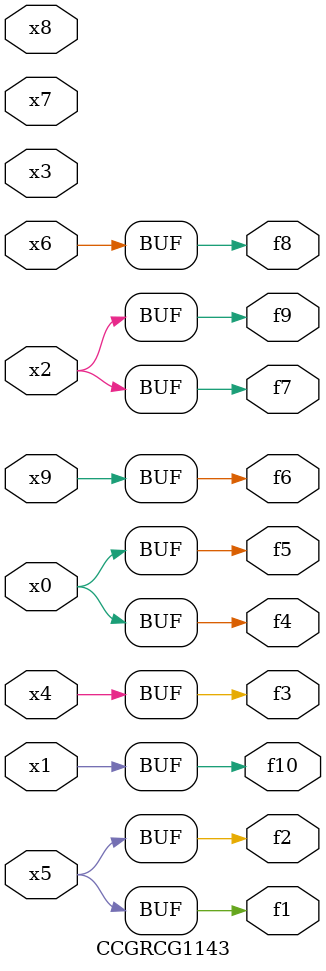
<source format=v>
module CCGRCG1143(
	input x0, x1, x2, x3, x4, x5, x6, x7, x8, x9,
	output f1, f2, f3, f4, f5, f6, f7, f8, f9, f10
);
	assign f1 = x5;
	assign f2 = x5;
	assign f3 = x4;
	assign f4 = x0;
	assign f5 = x0;
	assign f6 = x9;
	assign f7 = x2;
	assign f8 = x6;
	assign f9 = x2;
	assign f10 = x1;
endmodule

</source>
